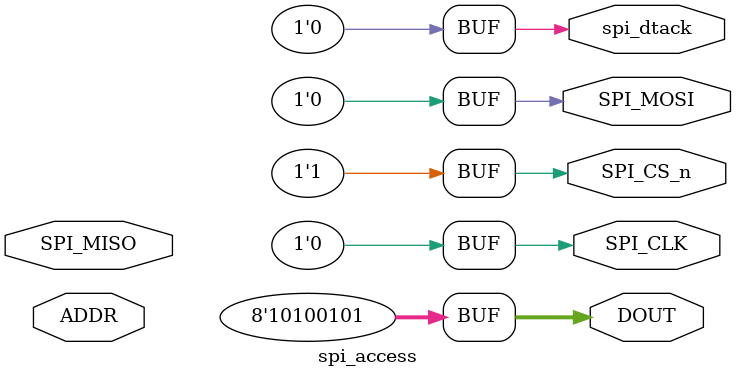
<source format=v>
module spi_access (
    input wire [20:0] ADDR,
    input wire SPI_MISO,
    output wire SPI_CLK,
    output wire SPI_MOSI,
    output wire SPI_CS_n,
    output wire spi_dtack,
    output wire [7:0] DOUT
);

    assign SPI_CLK = 1'b0;
    assign SPI_MOSI = 1'b0;
    assign SPI_CS_n = 1'b1;

    assign spi_dtack = 1'b0;
    assign DOUT = 8'b10100101;

endmodule

</source>
